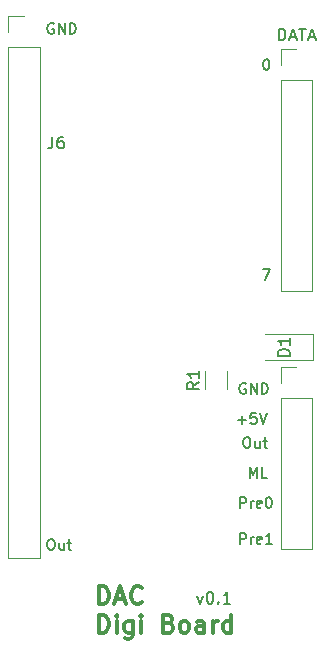
<source format=gto>
G04 #@! TF.GenerationSoftware,KiCad,Pcbnew,7.0.10-7.0.10~ubuntu22.04.1*
G04 #@! TF.CreationDate,2024-03-22T17:45:40+01:00*
G04 #@! TF.ProjectId,dac-base-board,6461632d-6261-4736-952d-626f6172642e,v0.1*
G04 #@! TF.SameCoordinates,Original*
G04 #@! TF.FileFunction,Legend,Top*
G04 #@! TF.FilePolarity,Positive*
%FSLAX46Y46*%
G04 Gerber Fmt 4.6, Leading zero omitted, Abs format (unit mm)*
G04 Created by KiCad (PCBNEW 7.0.10-7.0.10~ubuntu22.04.1) date 2024-03-22 17:45:40*
%MOMM*%
%LPD*%
G01*
G04 APERTURE LIST*
%ADD10C,0.150000*%
%ADD11C,0.300000*%
%ADD12C,0.120000*%
G04 APERTURE END LIST*
D10*
X47940744Y-44194057D02*
X48540744Y-44194057D01*
X48540744Y-44194057D02*
X48155030Y-45094057D01*
X48197887Y-26414057D02*
X48283601Y-26414057D01*
X48283601Y-26414057D02*
X48369315Y-26456914D01*
X48369315Y-26456914D02*
X48412173Y-26499771D01*
X48412173Y-26499771D02*
X48455030Y-26585485D01*
X48455030Y-26585485D02*
X48497887Y-26756914D01*
X48497887Y-26756914D02*
X48497887Y-26971200D01*
X48497887Y-26971200D02*
X48455030Y-27142628D01*
X48455030Y-27142628D02*
X48412173Y-27228342D01*
X48412173Y-27228342D02*
X48369315Y-27271200D01*
X48369315Y-27271200D02*
X48283601Y-27314057D01*
X48283601Y-27314057D02*
X48197887Y-27314057D01*
X48197887Y-27314057D02*
X48112173Y-27271200D01*
X48112173Y-27271200D02*
X48069315Y-27228342D01*
X48069315Y-27228342D02*
X48026458Y-27142628D01*
X48026458Y-27142628D02*
X47983601Y-26971200D01*
X47983601Y-26971200D02*
X47983601Y-26756914D01*
X47983601Y-26756914D02*
X48026458Y-26585485D01*
X48026458Y-26585485D02*
X48069315Y-26499771D01*
X48069315Y-26499771D02*
X48112173Y-26456914D01*
X48112173Y-26456914D02*
X48197887Y-26414057D01*
X29948398Y-67054057D02*
X30119826Y-67054057D01*
X30119826Y-67054057D02*
X30205541Y-67096914D01*
X30205541Y-67096914D02*
X30291255Y-67182628D01*
X30291255Y-67182628D02*
X30334112Y-67354057D01*
X30334112Y-67354057D02*
X30334112Y-67654057D01*
X30334112Y-67654057D02*
X30291255Y-67825485D01*
X30291255Y-67825485D02*
X30205541Y-67911200D01*
X30205541Y-67911200D02*
X30119826Y-67954057D01*
X30119826Y-67954057D02*
X29948398Y-67954057D01*
X29948398Y-67954057D02*
X29862684Y-67911200D01*
X29862684Y-67911200D02*
X29776969Y-67825485D01*
X29776969Y-67825485D02*
X29734112Y-67654057D01*
X29734112Y-67654057D02*
X29734112Y-67354057D01*
X29734112Y-67354057D02*
X29776969Y-67182628D01*
X29776969Y-67182628D02*
X29862684Y-67096914D01*
X29862684Y-67096914D02*
X29948398Y-67054057D01*
X31105541Y-67354057D02*
X31105541Y-67954057D01*
X30719826Y-67354057D02*
X30719826Y-67825485D01*
X30719826Y-67825485D02*
X30762683Y-67911200D01*
X30762683Y-67911200D02*
X30848398Y-67954057D01*
X30848398Y-67954057D02*
X30976969Y-67954057D01*
X30976969Y-67954057D02*
X31062683Y-67911200D01*
X31062683Y-67911200D02*
X31105541Y-67868342D01*
X31405541Y-67354057D02*
X31748398Y-67354057D01*
X31534112Y-67054057D02*
X31534112Y-67825485D01*
X31534112Y-67825485D02*
X31576969Y-67911200D01*
X31576969Y-67911200D02*
X31662684Y-67954057D01*
X31662684Y-67954057D02*
X31748398Y-67954057D01*
X30248398Y-23408914D02*
X30162684Y-23366057D01*
X30162684Y-23366057D02*
X30034112Y-23366057D01*
X30034112Y-23366057D02*
X29905541Y-23408914D01*
X29905541Y-23408914D02*
X29819826Y-23494628D01*
X29819826Y-23494628D02*
X29776969Y-23580342D01*
X29776969Y-23580342D02*
X29734112Y-23751771D01*
X29734112Y-23751771D02*
X29734112Y-23880342D01*
X29734112Y-23880342D02*
X29776969Y-24051771D01*
X29776969Y-24051771D02*
X29819826Y-24137485D01*
X29819826Y-24137485D02*
X29905541Y-24223200D01*
X29905541Y-24223200D02*
X30034112Y-24266057D01*
X30034112Y-24266057D02*
X30119826Y-24266057D01*
X30119826Y-24266057D02*
X30248398Y-24223200D01*
X30248398Y-24223200D02*
X30291255Y-24180342D01*
X30291255Y-24180342D02*
X30291255Y-23880342D01*
X30291255Y-23880342D02*
X30119826Y-23880342D01*
X30676969Y-24266057D02*
X30676969Y-23366057D01*
X30676969Y-23366057D02*
X31191255Y-24266057D01*
X31191255Y-24266057D02*
X31191255Y-23366057D01*
X31619826Y-24266057D02*
X31619826Y-23366057D01*
X31619826Y-23366057D02*
X31834112Y-23366057D01*
X31834112Y-23366057D02*
X31962683Y-23408914D01*
X31962683Y-23408914D02*
X32048398Y-23494628D01*
X32048398Y-23494628D02*
X32091255Y-23580342D01*
X32091255Y-23580342D02*
X32134112Y-23751771D01*
X32134112Y-23751771D02*
X32134112Y-23880342D01*
X32134112Y-23880342D02*
X32091255Y-24051771D01*
X32091255Y-24051771D02*
X32048398Y-24137485D01*
X32048398Y-24137485D02*
X31962683Y-24223200D01*
X31962683Y-24223200D02*
X31834112Y-24266057D01*
X31834112Y-24266057D02*
X31619826Y-24266057D01*
X42405541Y-71847152D02*
X42643636Y-72513819D01*
X42643636Y-72513819D02*
X42881731Y-71847152D01*
X43453160Y-71513819D02*
X43548398Y-71513819D01*
X43548398Y-71513819D02*
X43643636Y-71561438D01*
X43643636Y-71561438D02*
X43691255Y-71609057D01*
X43691255Y-71609057D02*
X43738874Y-71704295D01*
X43738874Y-71704295D02*
X43786493Y-71894771D01*
X43786493Y-71894771D02*
X43786493Y-72132866D01*
X43786493Y-72132866D02*
X43738874Y-72323342D01*
X43738874Y-72323342D02*
X43691255Y-72418580D01*
X43691255Y-72418580D02*
X43643636Y-72466200D01*
X43643636Y-72466200D02*
X43548398Y-72513819D01*
X43548398Y-72513819D02*
X43453160Y-72513819D01*
X43453160Y-72513819D02*
X43357922Y-72466200D01*
X43357922Y-72466200D02*
X43310303Y-72418580D01*
X43310303Y-72418580D02*
X43262684Y-72323342D01*
X43262684Y-72323342D02*
X43215065Y-72132866D01*
X43215065Y-72132866D02*
X43215065Y-71894771D01*
X43215065Y-71894771D02*
X43262684Y-71704295D01*
X43262684Y-71704295D02*
X43310303Y-71609057D01*
X43310303Y-71609057D02*
X43357922Y-71561438D01*
X43357922Y-71561438D02*
X43453160Y-71513819D01*
X44215065Y-72418580D02*
X44262684Y-72466200D01*
X44262684Y-72466200D02*
X44215065Y-72513819D01*
X44215065Y-72513819D02*
X44167446Y-72466200D01*
X44167446Y-72466200D02*
X44215065Y-72418580D01*
X44215065Y-72418580D02*
X44215065Y-72513819D01*
X45215064Y-72513819D02*
X44643636Y-72513819D01*
X44929350Y-72513819D02*
X44929350Y-71513819D01*
X44929350Y-71513819D02*
X44834112Y-71656676D01*
X44834112Y-71656676D02*
X44738874Y-71751914D01*
X44738874Y-71751914D02*
X44643636Y-71799533D01*
X46032969Y-67446057D02*
X46032969Y-66546057D01*
X46032969Y-66546057D02*
X46375826Y-66546057D01*
X46375826Y-66546057D02*
X46461541Y-66588914D01*
X46461541Y-66588914D02*
X46504398Y-66631771D01*
X46504398Y-66631771D02*
X46547255Y-66717485D01*
X46547255Y-66717485D02*
X46547255Y-66846057D01*
X46547255Y-66846057D02*
X46504398Y-66931771D01*
X46504398Y-66931771D02*
X46461541Y-66974628D01*
X46461541Y-66974628D02*
X46375826Y-67017485D01*
X46375826Y-67017485D02*
X46032969Y-67017485D01*
X46932969Y-67446057D02*
X46932969Y-66846057D01*
X46932969Y-67017485D02*
X46975826Y-66931771D01*
X46975826Y-66931771D02*
X47018684Y-66888914D01*
X47018684Y-66888914D02*
X47104398Y-66846057D01*
X47104398Y-66846057D02*
X47190112Y-66846057D01*
X47832969Y-67403200D02*
X47747255Y-67446057D01*
X47747255Y-67446057D02*
X47575827Y-67446057D01*
X47575827Y-67446057D02*
X47490112Y-67403200D01*
X47490112Y-67403200D02*
X47447255Y-67317485D01*
X47447255Y-67317485D02*
X47447255Y-66974628D01*
X47447255Y-66974628D02*
X47490112Y-66888914D01*
X47490112Y-66888914D02*
X47575827Y-66846057D01*
X47575827Y-66846057D02*
X47747255Y-66846057D01*
X47747255Y-66846057D02*
X47832969Y-66888914D01*
X47832969Y-66888914D02*
X47875827Y-66974628D01*
X47875827Y-66974628D02*
X47875827Y-67060342D01*
X47875827Y-67060342D02*
X47447255Y-67146057D01*
X48732970Y-67446057D02*
X48218684Y-67446057D01*
X48475827Y-67446057D02*
X48475827Y-66546057D01*
X48475827Y-66546057D02*
X48390113Y-66674628D01*
X48390113Y-66674628D02*
X48304398Y-66760342D01*
X48304398Y-66760342D02*
X48218684Y-66803200D01*
X46032969Y-64398057D02*
X46032969Y-63498057D01*
X46032969Y-63498057D02*
X46375826Y-63498057D01*
X46375826Y-63498057D02*
X46461541Y-63540914D01*
X46461541Y-63540914D02*
X46504398Y-63583771D01*
X46504398Y-63583771D02*
X46547255Y-63669485D01*
X46547255Y-63669485D02*
X46547255Y-63798057D01*
X46547255Y-63798057D02*
X46504398Y-63883771D01*
X46504398Y-63883771D02*
X46461541Y-63926628D01*
X46461541Y-63926628D02*
X46375826Y-63969485D01*
X46375826Y-63969485D02*
X46032969Y-63969485D01*
X46932969Y-64398057D02*
X46932969Y-63798057D01*
X46932969Y-63969485D02*
X46975826Y-63883771D01*
X46975826Y-63883771D02*
X47018684Y-63840914D01*
X47018684Y-63840914D02*
X47104398Y-63798057D01*
X47104398Y-63798057D02*
X47190112Y-63798057D01*
X47832969Y-64355200D02*
X47747255Y-64398057D01*
X47747255Y-64398057D02*
X47575827Y-64398057D01*
X47575827Y-64398057D02*
X47490112Y-64355200D01*
X47490112Y-64355200D02*
X47447255Y-64269485D01*
X47447255Y-64269485D02*
X47447255Y-63926628D01*
X47447255Y-63926628D02*
X47490112Y-63840914D01*
X47490112Y-63840914D02*
X47575827Y-63798057D01*
X47575827Y-63798057D02*
X47747255Y-63798057D01*
X47747255Y-63798057D02*
X47832969Y-63840914D01*
X47832969Y-63840914D02*
X47875827Y-63926628D01*
X47875827Y-63926628D02*
X47875827Y-64012342D01*
X47875827Y-64012342D02*
X47447255Y-64098057D01*
X48432970Y-63498057D02*
X48518684Y-63498057D01*
X48518684Y-63498057D02*
X48604398Y-63540914D01*
X48604398Y-63540914D02*
X48647256Y-63583771D01*
X48647256Y-63583771D02*
X48690113Y-63669485D01*
X48690113Y-63669485D02*
X48732970Y-63840914D01*
X48732970Y-63840914D02*
X48732970Y-64055200D01*
X48732970Y-64055200D02*
X48690113Y-64226628D01*
X48690113Y-64226628D02*
X48647256Y-64312342D01*
X48647256Y-64312342D02*
X48604398Y-64355200D01*
X48604398Y-64355200D02*
X48518684Y-64398057D01*
X48518684Y-64398057D02*
X48432970Y-64398057D01*
X48432970Y-64398057D02*
X48347256Y-64355200D01*
X48347256Y-64355200D02*
X48304398Y-64312342D01*
X48304398Y-64312342D02*
X48261541Y-64226628D01*
X48261541Y-64226628D02*
X48218684Y-64055200D01*
X48218684Y-64055200D02*
X48218684Y-63840914D01*
X48218684Y-63840914D02*
X48261541Y-63669485D01*
X48261541Y-63669485D02*
X48304398Y-63583771D01*
X48304398Y-63583771D02*
X48347256Y-63540914D01*
X48347256Y-63540914D02*
X48432970Y-63498057D01*
X46868969Y-61858057D02*
X46868969Y-60958057D01*
X46868969Y-60958057D02*
X47168969Y-61600914D01*
X47168969Y-61600914D02*
X47468969Y-60958057D01*
X47468969Y-60958057D02*
X47468969Y-61858057D01*
X48326112Y-61858057D02*
X47897540Y-61858057D01*
X47897540Y-61858057D02*
X47897540Y-60958057D01*
X46532398Y-58418057D02*
X46703826Y-58418057D01*
X46703826Y-58418057D02*
X46789541Y-58460914D01*
X46789541Y-58460914D02*
X46875255Y-58546628D01*
X46875255Y-58546628D02*
X46918112Y-58718057D01*
X46918112Y-58718057D02*
X46918112Y-59018057D01*
X46918112Y-59018057D02*
X46875255Y-59189485D01*
X46875255Y-59189485D02*
X46789541Y-59275200D01*
X46789541Y-59275200D02*
X46703826Y-59318057D01*
X46703826Y-59318057D02*
X46532398Y-59318057D01*
X46532398Y-59318057D02*
X46446684Y-59275200D01*
X46446684Y-59275200D02*
X46360969Y-59189485D01*
X46360969Y-59189485D02*
X46318112Y-59018057D01*
X46318112Y-59018057D02*
X46318112Y-58718057D01*
X46318112Y-58718057D02*
X46360969Y-58546628D01*
X46360969Y-58546628D02*
X46446684Y-58460914D01*
X46446684Y-58460914D02*
X46532398Y-58418057D01*
X47689541Y-58718057D02*
X47689541Y-59318057D01*
X47303826Y-58718057D02*
X47303826Y-59189485D01*
X47303826Y-59189485D02*
X47346683Y-59275200D01*
X47346683Y-59275200D02*
X47432398Y-59318057D01*
X47432398Y-59318057D02*
X47560969Y-59318057D01*
X47560969Y-59318057D02*
X47646683Y-59275200D01*
X47646683Y-59275200D02*
X47689541Y-59232342D01*
X47989541Y-58718057D02*
X48332398Y-58718057D01*
X48118112Y-58418057D02*
X48118112Y-59189485D01*
X48118112Y-59189485D02*
X48160969Y-59275200D01*
X48160969Y-59275200D02*
X48246684Y-59318057D01*
X48246684Y-59318057D02*
X48332398Y-59318057D01*
X45852969Y-56943200D02*
X46538684Y-56943200D01*
X46195826Y-57286057D02*
X46195826Y-56600342D01*
X47395827Y-56386057D02*
X46967255Y-56386057D01*
X46967255Y-56386057D02*
X46924398Y-56814628D01*
X46924398Y-56814628D02*
X46967255Y-56771771D01*
X46967255Y-56771771D02*
X47052970Y-56728914D01*
X47052970Y-56728914D02*
X47267255Y-56728914D01*
X47267255Y-56728914D02*
X47352970Y-56771771D01*
X47352970Y-56771771D02*
X47395827Y-56814628D01*
X47395827Y-56814628D02*
X47438684Y-56900342D01*
X47438684Y-56900342D02*
X47438684Y-57114628D01*
X47438684Y-57114628D02*
X47395827Y-57200342D01*
X47395827Y-57200342D02*
X47352970Y-57243200D01*
X47352970Y-57243200D02*
X47267255Y-57286057D01*
X47267255Y-57286057D02*
X47052970Y-57286057D01*
X47052970Y-57286057D02*
X46967255Y-57243200D01*
X46967255Y-57243200D02*
X46924398Y-57200342D01*
X47695827Y-56386057D02*
X47995827Y-57286057D01*
X47995827Y-57286057D02*
X48295827Y-56386057D01*
X46504398Y-53888914D02*
X46418684Y-53846057D01*
X46418684Y-53846057D02*
X46290112Y-53846057D01*
X46290112Y-53846057D02*
X46161541Y-53888914D01*
X46161541Y-53888914D02*
X46075826Y-53974628D01*
X46075826Y-53974628D02*
X46032969Y-54060342D01*
X46032969Y-54060342D02*
X45990112Y-54231771D01*
X45990112Y-54231771D02*
X45990112Y-54360342D01*
X45990112Y-54360342D02*
X46032969Y-54531771D01*
X46032969Y-54531771D02*
X46075826Y-54617485D01*
X46075826Y-54617485D02*
X46161541Y-54703200D01*
X46161541Y-54703200D02*
X46290112Y-54746057D01*
X46290112Y-54746057D02*
X46375826Y-54746057D01*
X46375826Y-54746057D02*
X46504398Y-54703200D01*
X46504398Y-54703200D02*
X46547255Y-54660342D01*
X46547255Y-54660342D02*
X46547255Y-54360342D01*
X46547255Y-54360342D02*
X46375826Y-54360342D01*
X46932969Y-54746057D02*
X46932969Y-53846057D01*
X46932969Y-53846057D02*
X47447255Y-54746057D01*
X47447255Y-54746057D02*
X47447255Y-53846057D01*
X47875826Y-54746057D02*
X47875826Y-53846057D01*
X47875826Y-53846057D02*
X48090112Y-53846057D01*
X48090112Y-53846057D02*
X48218683Y-53888914D01*
X48218683Y-53888914D02*
X48304398Y-53974628D01*
X48304398Y-53974628D02*
X48347255Y-54060342D01*
X48347255Y-54060342D02*
X48390112Y-54231771D01*
X48390112Y-54231771D02*
X48390112Y-54360342D01*
X48390112Y-54360342D02*
X48347255Y-54531771D01*
X48347255Y-54531771D02*
X48304398Y-54617485D01*
X48304398Y-54617485D02*
X48218683Y-54703200D01*
X48218683Y-54703200D02*
X48090112Y-54746057D01*
X48090112Y-54746057D02*
X47875826Y-54746057D01*
D11*
X34082510Y-72569828D02*
X34082510Y-71069828D01*
X34082510Y-71069828D02*
X34439653Y-71069828D01*
X34439653Y-71069828D02*
X34653939Y-71141257D01*
X34653939Y-71141257D02*
X34796796Y-71284114D01*
X34796796Y-71284114D02*
X34868225Y-71426971D01*
X34868225Y-71426971D02*
X34939653Y-71712685D01*
X34939653Y-71712685D02*
X34939653Y-71926971D01*
X34939653Y-71926971D02*
X34868225Y-72212685D01*
X34868225Y-72212685D02*
X34796796Y-72355542D01*
X34796796Y-72355542D02*
X34653939Y-72498400D01*
X34653939Y-72498400D02*
X34439653Y-72569828D01*
X34439653Y-72569828D02*
X34082510Y-72569828D01*
X35511082Y-72141257D02*
X36225368Y-72141257D01*
X35368225Y-72569828D02*
X35868225Y-71069828D01*
X35868225Y-71069828D02*
X36368225Y-72569828D01*
X37725367Y-72426971D02*
X37653939Y-72498400D01*
X37653939Y-72498400D02*
X37439653Y-72569828D01*
X37439653Y-72569828D02*
X37296796Y-72569828D01*
X37296796Y-72569828D02*
X37082510Y-72498400D01*
X37082510Y-72498400D02*
X36939653Y-72355542D01*
X36939653Y-72355542D02*
X36868224Y-72212685D01*
X36868224Y-72212685D02*
X36796796Y-71926971D01*
X36796796Y-71926971D02*
X36796796Y-71712685D01*
X36796796Y-71712685D02*
X36868224Y-71426971D01*
X36868224Y-71426971D02*
X36939653Y-71284114D01*
X36939653Y-71284114D02*
X37082510Y-71141257D01*
X37082510Y-71141257D02*
X37296796Y-71069828D01*
X37296796Y-71069828D02*
X37439653Y-71069828D01*
X37439653Y-71069828D02*
X37653939Y-71141257D01*
X37653939Y-71141257D02*
X37725367Y-71212685D01*
X34082510Y-74984828D02*
X34082510Y-73484828D01*
X34082510Y-73484828D02*
X34439653Y-73484828D01*
X34439653Y-73484828D02*
X34653939Y-73556257D01*
X34653939Y-73556257D02*
X34796796Y-73699114D01*
X34796796Y-73699114D02*
X34868225Y-73841971D01*
X34868225Y-73841971D02*
X34939653Y-74127685D01*
X34939653Y-74127685D02*
X34939653Y-74341971D01*
X34939653Y-74341971D02*
X34868225Y-74627685D01*
X34868225Y-74627685D02*
X34796796Y-74770542D01*
X34796796Y-74770542D02*
X34653939Y-74913400D01*
X34653939Y-74913400D02*
X34439653Y-74984828D01*
X34439653Y-74984828D02*
X34082510Y-74984828D01*
X35582510Y-74984828D02*
X35582510Y-73984828D01*
X35582510Y-73484828D02*
X35511082Y-73556257D01*
X35511082Y-73556257D02*
X35582510Y-73627685D01*
X35582510Y-73627685D02*
X35653939Y-73556257D01*
X35653939Y-73556257D02*
X35582510Y-73484828D01*
X35582510Y-73484828D02*
X35582510Y-73627685D01*
X36939654Y-73984828D02*
X36939654Y-75199114D01*
X36939654Y-75199114D02*
X36868225Y-75341971D01*
X36868225Y-75341971D02*
X36796796Y-75413400D01*
X36796796Y-75413400D02*
X36653939Y-75484828D01*
X36653939Y-75484828D02*
X36439654Y-75484828D01*
X36439654Y-75484828D02*
X36296796Y-75413400D01*
X36939654Y-74913400D02*
X36796796Y-74984828D01*
X36796796Y-74984828D02*
X36511082Y-74984828D01*
X36511082Y-74984828D02*
X36368225Y-74913400D01*
X36368225Y-74913400D02*
X36296796Y-74841971D01*
X36296796Y-74841971D02*
X36225368Y-74699114D01*
X36225368Y-74699114D02*
X36225368Y-74270542D01*
X36225368Y-74270542D02*
X36296796Y-74127685D01*
X36296796Y-74127685D02*
X36368225Y-74056257D01*
X36368225Y-74056257D02*
X36511082Y-73984828D01*
X36511082Y-73984828D02*
X36796796Y-73984828D01*
X36796796Y-73984828D02*
X36939654Y-74056257D01*
X37653939Y-74984828D02*
X37653939Y-73984828D01*
X37653939Y-73484828D02*
X37582511Y-73556257D01*
X37582511Y-73556257D02*
X37653939Y-73627685D01*
X37653939Y-73627685D02*
X37725368Y-73556257D01*
X37725368Y-73556257D02*
X37653939Y-73484828D01*
X37653939Y-73484828D02*
X37653939Y-73627685D01*
X40011082Y-74199114D02*
X40225368Y-74270542D01*
X40225368Y-74270542D02*
X40296797Y-74341971D01*
X40296797Y-74341971D02*
X40368225Y-74484828D01*
X40368225Y-74484828D02*
X40368225Y-74699114D01*
X40368225Y-74699114D02*
X40296797Y-74841971D01*
X40296797Y-74841971D02*
X40225368Y-74913400D01*
X40225368Y-74913400D02*
X40082511Y-74984828D01*
X40082511Y-74984828D02*
X39511082Y-74984828D01*
X39511082Y-74984828D02*
X39511082Y-73484828D01*
X39511082Y-73484828D02*
X40011082Y-73484828D01*
X40011082Y-73484828D02*
X40153940Y-73556257D01*
X40153940Y-73556257D02*
X40225368Y-73627685D01*
X40225368Y-73627685D02*
X40296797Y-73770542D01*
X40296797Y-73770542D02*
X40296797Y-73913400D01*
X40296797Y-73913400D02*
X40225368Y-74056257D01*
X40225368Y-74056257D02*
X40153940Y-74127685D01*
X40153940Y-74127685D02*
X40011082Y-74199114D01*
X40011082Y-74199114D02*
X39511082Y-74199114D01*
X41225368Y-74984828D02*
X41082511Y-74913400D01*
X41082511Y-74913400D02*
X41011082Y-74841971D01*
X41011082Y-74841971D02*
X40939654Y-74699114D01*
X40939654Y-74699114D02*
X40939654Y-74270542D01*
X40939654Y-74270542D02*
X41011082Y-74127685D01*
X41011082Y-74127685D02*
X41082511Y-74056257D01*
X41082511Y-74056257D02*
X41225368Y-73984828D01*
X41225368Y-73984828D02*
X41439654Y-73984828D01*
X41439654Y-73984828D02*
X41582511Y-74056257D01*
X41582511Y-74056257D02*
X41653940Y-74127685D01*
X41653940Y-74127685D02*
X41725368Y-74270542D01*
X41725368Y-74270542D02*
X41725368Y-74699114D01*
X41725368Y-74699114D02*
X41653940Y-74841971D01*
X41653940Y-74841971D02*
X41582511Y-74913400D01*
X41582511Y-74913400D02*
X41439654Y-74984828D01*
X41439654Y-74984828D02*
X41225368Y-74984828D01*
X43011083Y-74984828D02*
X43011083Y-74199114D01*
X43011083Y-74199114D02*
X42939654Y-74056257D01*
X42939654Y-74056257D02*
X42796797Y-73984828D01*
X42796797Y-73984828D02*
X42511083Y-73984828D01*
X42511083Y-73984828D02*
X42368225Y-74056257D01*
X43011083Y-74913400D02*
X42868225Y-74984828D01*
X42868225Y-74984828D02*
X42511083Y-74984828D01*
X42511083Y-74984828D02*
X42368225Y-74913400D01*
X42368225Y-74913400D02*
X42296797Y-74770542D01*
X42296797Y-74770542D02*
X42296797Y-74627685D01*
X42296797Y-74627685D02*
X42368225Y-74484828D01*
X42368225Y-74484828D02*
X42511083Y-74413400D01*
X42511083Y-74413400D02*
X42868225Y-74413400D01*
X42868225Y-74413400D02*
X43011083Y-74341971D01*
X43725368Y-74984828D02*
X43725368Y-73984828D01*
X43725368Y-74270542D02*
X43796797Y-74127685D01*
X43796797Y-74127685D02*
X43868226Y-74056257D01*
X43868226Y-74056257D02*
X44011083Y-73984828D01*
X44011083Y-73984828D02*
X44153940Y-73984828D01*
X45296797Y-74984828D02*
X45296797Y-73484828D01*
X45296797Y-74913400D02*
X45153939Y-74984828D01*
X45153939Y-74984828D02*
X44868225Y-74984828D01*
X44868225Y-74984828D02*
X44725368Y-74913400D01*
X44725368Y-74913400D02*
X44653939Y-74841971D01*
X44653939Y-74841971D02*
X44582511Y-74699114D01*
X44582511Y-74699114D02*
X44582511Y-74270542D01*
X44582511Y-74270542D02*
X44653939Y-74127685D01*
X44653939Y-74127685D02*
X44725368Y-74056257D01*
X44725368Y-74056257D02*
X44868225Y-73984828D01*
X44868225Y-73984828D02*
X45153939Y-73984828D01*
X45153939Y-73984828D02*
X45296797Y-74056257D01*
D10*
X49300000Y-24838819D02*
X49300000Y-23838819D01*
X49300000Y-23838819D02*
X49538095Y-23838819D01*
X49538095Y-23838819D02*
X49680952Y-23886438D01*
X49680952Y-23886438D02*
X49776190Y-23981676D01*
X49776190Y-23981676D02*
X49823809Y-24076914D01*
X49823809Y-24076914D02*
X49871428Y-24267390D01*
X49871428Y-24267390D02*
X49871428Y-24410247D01*
X49871428Y-24410247D02*
X49823809Y-24600723D01*
X49823809Y-24600723D02*
X49776190Y-24695961D01*
X49776190Y-24695961D02*
X49680952Y-24791200D01*
X49680952Y-24791200D02*
X49538095Y-24838819D01*
X49538095Y-24838819D02*
X49300000Y-24838819D01*
X50252381Y-24553104D02*
X50728571Y-24553104D01*
X50157143Y-24838819D02*
X50490476Y-23838819D01*
X50490476Y-23838819D02*
X50823809Y-24838819D01*
X51014286Y-23838819D02*
X51585714Y-23838819D01*
X51300000Y-24838819D02*
X51300000Y-23838819D01*
X51871429Y-24553104D02*
X52347619Y-24553104D01*
X51776191Y-24838819D02*
X52109524Y-23838819D01*
X52109524Y-23838819D02*
X52442857Y-24838819D01*
X42565819Y-53760666D02*
X42089628Y-54093999D01*
X42565819Y-54332094D02*
X41565819Y-54332094D01*
X41565819Y-54332094D02*
X41565819Y-53951142D01*
X41565819Y-53951142D02*
X41613438Y-53855904D01*
X41613438Y-53855904D02*
X41661057Y-53808285D01*
X41661057Y-53808285D02*
X41756295Y-53760666D01*
X41756295Y-53760666D02*
X41899152Y-53760666D01*
X41899152Y-53760666D02*
X41994390Y-53808285D01*
X41994390Y-53808285D02*
X42042009Y-53855904D01*
X42042009Y-53855904D02*
X42089628Y-53951142D01*
X42089628Y-53951142D02*
X42089628Y-54332094D01*
X42565819Y-52808285D02*
X42565819Y-53379713D01*
X42565819Y-53093999D02*
X41565819Y-53093999D01*
X41565819Y-53093999D02*
X41708676Y-53189237D01*
X41708676Y-53189237D02*
X41803914Y-53284475D01*
X41803914Y-53284475D02*
X41851533Y-53379713D01*
X30146666Y-32982819D02*
X30146666Y-33697104D01*
X30146666Y-33697104D02*
X30099047Y-33839961D01*
X30099047Y-33839961D02*
X30003809Y-33935200D01*
X30003809Y-33935200D02*
X29860952Y-33982819D01*
X29860952Y-33982819D02*
X29765714Y-33982819D01*
X31051428Y-32982819D02*
X30860952Y-32982819D01*
X30860952Y-32982819D02*
X30765714Y-33030438D01*
X30765714Y-33030438D02*
X30718095Y-33078057D01*
X30718095Y-33078057D02*
X30622857Y-33220914D01*
X30622857Y-33220914D02*
X30575238Y-33411390D01*
X30575238Y-33411390D02*
X30575238Y-33792342D01*
X30575238Y-33792342D02*
X30622857Y-33887580D01*
X30622857Y-33887580D02*
X30670476Y-33935200D01*
X30670476Y-33935200D02*
X30765714Y-33982819D01*
X30765714Y-33982819D02*
X30956190Y-33982819D01*
X30956190Y-33982819D02*
X31051428Y-33935200D01*
X31051428Y-33935200D02*
X31099047Y-33887580D01*
X31099047Y-33887580D02*
X31146666Y-33792342D01*
X31146666Y-33792342D02*
X31146666Y-33554247D01*
X31146666Y-33554247D02*
X31099047Y-33459009D01*
X31099047Y-33459009D02*
X31051428Y-33411390D01*
X31051428Y-33411390D02*
X30956190Y-33363771D01*
X30956190Y-33363771D02*
X30765714Y-33363771D01*
X30765714Y-33363771D02*
X30670476Y-33411390D01*
X30670476Y-33411390D02*
X30622857Y-33459009D01*
X30622857Y-33459009D02*
X30575238Y-33554247D01*
X50238819Y-51538094D02*
X49238819Y-51538094D01*
X49238819Y-51538094D02*
X49238819Y-51299999D01*
X49238819Y-51299999D02*
X49286438Y-51157142D01*
X49286438Y-51157142D02*
X49381676Y-51061904D01*
X49381676Y-51061904D02*
X49476914Y-51014285D01*
X49476914Y-51014285D02*
X49667390Y-50966666D01*
X49667390Y-50966666D02*
X49810247Y-50966666D01*
X49810247Y-50966666D02*
X50000723Y-51014285D01*
X50000723Y-51014285D02*
X50095961Y-51061904D01*
X50095961Y-51061904D02*
X50191200Y-51157142D01*
X50191200Y-51157142D02*
X50238819Y-51299999D01*
X50238819Y-51299999D02*
X50238819Y-51538094D01*
X50238819Y-50014285D02*
X50238819Y-50585713D01*
X50238819Y-50299999D02*
X49238819Y-50299999D01*
X49238819Y-50299999D02*
X49381676Y-50395237D01*
X49381676Y-50395237D02*
X49476914Y-50490475D01*
X49476914Y-50490475D02*
X49524533Y-50585713D01*
D12*
X49470000Y-28194000D02*
X52130000Y-28194000D01*
X49470000Y-46034000D02*
X52130000Y-46034000D01*
X49470000Y-28194000D02*
X49470000Y-46034000D01*
X49470000Y-26924000D02*
X49470000Y-25594000D01*
X52130000Y-28194000D02*
X52130000Y-46034000D01*
X49470000Y-25594000D02*
X50800000Y-25594000D01*
X44926000Y-52866936D02*
X44926000Y-54321064D01*
X43106000Y-52866936D02*
X43106000Y-54321064D01*
X29090000Y-25400000D02*
X29090000Y-68640000D01*
X26430000Y-24130000D02*
X26430000Y-22800000D01*
X26430000Y-25400000D02*
X29090000Y-25400000D01*
X26430000Y-25400000D02*
X26430000Y-68640000D01*
X26430000Y-22800000D02*
X27760000Y-22800000D01*
X26430000Y-68640000D02*
X29090000Y-68640000D01*
X49470000Y-55118000D02*
X49470000Y-67878000D01*
X49470000Y-53848000D02*
X49470000Y-52518000D01*
X49470000Y-52518000D02*
X50800000Y-52518000D01*
X49470000Y-55118000D02*
X52130000Y-55118000D01*
X49470000Y-67878000D02*
X52130000Y-67878000D01*
X52130000Y-55118000D02*
X52130000Y-67878000D01*
X52244000Y-49665000D02*
X48184000Y-49665000D01*
X52244000Y-51935000D02*
X52244000Y-49665000D01*
X48184000Y-51935000D02*
X52244000Y-51935000D01*
M02*

</source>
